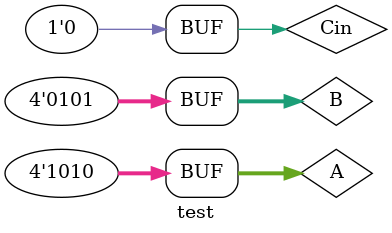
<source format=v>
`timescale 1ns / 1ps


module test;

	// Inputs
	reg [3:0] A;
	reg [3:0] B;
	reg Cin;

	// Outputs
	wire [3:0] S;
	wire Cout;

	// Instantiate the Unit Under Test (UUT)
	binary_adder_4_bit uut (
		.S(S), 
		.Cout(Cout), 
		.A(A), 
		.B(B), 
		.Cin(Cin)
	);

	initial begin
		// Initialize Inputs
		A = 4'b 1010;
		B = 4'b 0101;
		Cin = 0;

		// Wait 100 ns for global reset to finish
		#100;
        
		// Add stimulus here

	end
      
endmodule


</source>
